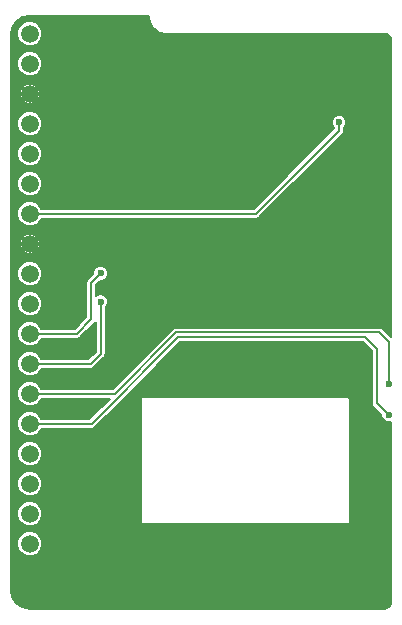
<source format=gbr>
G04 #@! TF.FileFunction,Copper,L2,Bot,Signal*
%FSLAX46Y46*%
G04 Gerber Fmt 4.6, Leading zero omitted, Abs format (unit mm)*
G04 Created by KiCad (PCBNEW 4.0.6-e0-6349~53~ubuntu14.04.1) date Thu Apr  6 14:19:21 2017*
%MOMM*%
%LPD*%
G01*
G04 APERTURE LIST*
%ADD10C,0.100000*%
%ADD11C,1.500000*%
%ADD12C,0.600000*%
%ADD13C,0.200000*%
G04 APERTURE END LIST*
D10*
D11*
X128000000Y-85990000D03*
X128000000Y-88530000D03*
X128000000Y-91070000D03*
X128000000Y-93610000D03*
X128000000Y-96150000D03*
X128000000Y-98690000D03*
X128000000Y-101230000D03*
X128000000Y-103770000D03*
X128000000Y-106310000D03*
X128000000Y-108850000D03*
X128000000Y-111390000D03*
X128000000Y-113930000D03*
X128000000Y-116470000D03*
X128000000Y-119010000D03*
X128000000Y-121550000D03*
X128000000Y-124090000D03*
X128000000Y-83450000D03*
X128000000Y-80910000D03*
D12*
X153600000Y-93600000D03*
X138600000Y-88400000D03*
X154200000Y-88400000D03*
X134000000Y-101200000D03*
X134000000Y-103600000D03*
X158400000Y-110600000D03*
X158400000Y-113200000D03*
D13*
X128000000Y-96150000D02*
X147150000Y-96150000D01*
X154200000Y-89100000D02*
X154200000Y-88400000D01*
X147150000Y-96150000D02*
X154200000Y-89100000D01*
X128000000Y-106310000D02*
X131990000Y-106310000D01*
X133200000Y-102000000D02*
X134000000Y-101200000D01*
X133200000Y-105100000D02*
X133200000Y-102000000D01*
X131990000Y-106310000D02*
X133200000Y-105100000D01*
X128000000Y-108850000D02*
X133150000Y-108850000D01*
X134000000Y-108000000D02*
X134000000Y-103600000D01*
X133150000Y-108850000D02*
X134000000Y-108000000D01*
X135210000Y-111390000D02*
X128000000Y-111390000D01*
X140400000Y-106200000D02*
X135210000Y-111390000D01*
X157600000Y-106200000D02*
X140400000Y-106200000D01*
X158400000Y-107000000D02*
X157600000Y-106200000D01*
X158400000Y-110600000D02*
X158400000Y-107000000D01*
X133235688Y-113930000D02*
X128000000Y-113930000D01*
X140565686Y-106600002D02*
X133235688Y-113930000D01*
X156400002Y-106600002D02*
X140565686Y-106600002D01*
X157400000Y-107600000D02*
X156400002Y-106600002D01*
X157400000Y-112200000D02*
X157400000Y-107600000D01*
X158400000Y-113200000D02*
X157400000Y-112200000D01*
G36*
X138037220Y-79410142D02*
X138068774Y-79431225D01*
X138089859Y-79462781D01*
X138112590Y-79577060D01*
X138188710Y-79959743D01*
X138247689Y-80102133D01*
X138464462Y-80426557D01*
X138518953Y-80481047D01*
X138573443Y-80535538D01*
X138897867Y-80752310D01*
X139040256Y-80811290D01*
X139040257Y-80811290D01*
X139422940Y-80887410D01*
X139461843Y-80887410D01*
X139500000Y-80895000D01*
X157961098Y-80895000D01*
X158228561Y-80948201D01*
X158422327Y-81077671D01*
X158551799Y-81271440D01*
X158605000Y-81538902D01*
X158605000Y-106611030D01*
X157896985Y-105903015D01*
X157760727Y-105811971D01*
X157600000Y-105780000D01*
X140400000Y-105780000D01*
X140239273Y-105811971D01*
X140103015Y-105903015D01*
X135036030Y-110970000D01*
X128984202Y-110970000D01*
X128907631Y-110784685D01*
X128606898Y-110483427D01*
X128213770Y-110320186D01*
X127788098Y-110319814D01*
X127394685Y-110482369D01*
X127093427Y-110783102D01*
X126930186Y-111176230D01*
X126929814Y-111601902D01*
X127092369Y-111995315D01*
X127393102Y-112296573D01*
X127786230Y-112459814D01*
X128211902Y-112460186D01*
X128605315Y-112297631D01*
X128906573Y-111996898D01*
X128984180Y-111810000D01*
X134761718Y-111810000D01*
X133061718Y-113510000D01*
X128984202Y-113510000D01*
X128907631Y-113324685D01*
X128606898Y-113023427D01*
X128213770Y-112860186D01*
X127788098Y-112859814D01*
X127394685Y-113022369D01*
X127093427Y-113323102D01*
X126930186Y-113716230D01*
X126929814Y-114141902D01*
X127092369Y-114535315D01*
X127393102Y-114836573D01*
X127786230Y-114999814D01*
X128211902Y-115000186D01*
X128605315Y-114837631D01*
X128906573Y-114536898D01*
X128984180Y-114350000D01*
X133235688Y-114350000D01*
X133396415Y-114318029D01*
X133532673Y-114226985D01*
X135959658Y-111800000D01*
X137400000Y-111800000D01*
X137400000Y-122300000D01*
X137406839Y-122336346D01*
X137428319Y-122369727D01*
X137461094Y-122392121D01*
X137500000Y-122400000D01*
X155000000Y-122400000D01*
X155036346Y-122393161D01*
X155069727Y-122371681D01*
X155092121Y-122338906D01*
X155100000Y-122300000D01*
X155100000Y-111800000D01*
X155093161Y-111763654D01*
X155071681Y-111730273D01*
X155038906Y-111707879D01*
X155000000Y-111700000D01*
X137500000Y-111700000D01*
X137463654Y-111706839D01*
X137430273Y-111728319D01*
X137407879Y-111761094D01*
X137400000Y-111800000D01*
X135959658Y-111800000D01*
X140739656Y-107020002D01*
X156226032Y-107020002D01*
X156980000Y-107773970D01*
X156980000Y-112200000D01*
X157011971Y-112360727D01*
X157103015Y-112496985D01*
X157780022Y-113173992D01*
X157779892Y-113322785D01*
X157874083Y-113550743D01*
X158048339Y-113725304D01*
X158276133Y-113819893D01*
X158522785Y-113820108D01*
X158605000Y-113786137D01*
X158605000Y-128961098D01*
X158551799Y-129228560D01*
X158422327Y-129422329D01*
X158228561Y-129551799D01*
X157961098Y-129605000D01*
X128038903Y-129605000D01*
X127388755Y-129475677D01*
X126870565Y-129129435D01*
X126524323Y-128611245D01*
X126395000Y-127961096D01*
X126395000Y-124301902D01*
X126929814Y-124301902D01*
X127092369Y-124695315D01*
X127393102Y-124996573D01*
X127786230Y-125159814D01*
X128211902Y-125160186D01*
X128605315Y-124997631D01*
X128906573Y-124696898D01*
X129069814Y-124303770D01*
X129070186Y-123878098D01*
X128907631Y-123484685D01*
X128606898Y-123183427D01*
X128213770Y-123020186D01*
X127788098Y-123019814D01*
X127394685Y-123182369D01*
X127093427Y-123483102D01*
X126930186Y-123876230D01*
X126929814Y-124301902D01*
X126395000Y-124301902D01*
X126395000Y-121761902D01*
X126929814Y-121761902D01*
X127092369Y-122155315D01*
X127393102Y-122456573D01*
X127786230Y-122619814D01*
X128211902Y-122620186D01*
X128605315Y-122457631D01*
X128906573Y-122156898D01*
X129069814Y-121763770D01*
X129070186Y-121338098D01*
X128907631Y-120944685D01*
X128606898Y-120643427D01*
X128213770Y-120480186D01*
X127788098Y-120479814D01*
X127394685Y-120642369D01*
X127093427Y-120943102D01*
X126930186Y-121336230D01*
X126929814Y-121761902D01*
X126395000Y-121761902D01*
X126395000Y-119221902D01*
X126929814Y-119221902D01*
X127092369Y-119615315D01*
X127393102Y-119916573D01*
X127786230Y-120079814D01*
X128211902Y-120080186D01*
X128605315Y-119917631D01*
X128906573Y-119616898D01*
X129069814Y-119223770D01*
X129070186Y-118798098D01*
X128907631Y-118404685D01*
X128606898Y-118103427D01*
X128213770Y-117940186D01*
X127788098Y-117939814D01*
X127394685Y-118102369D01*
X127093427Y-118403102D01*
X126930186Y-118796230D01*
X126929814Y-119221902D01*
X126395000Y-119221902D01*
X126395000Y-116681902D01*
X126929814Y-116681902D01*
X127092369Y-117075315D01*
X127393102Y-117376573D01*
X127786230Y-117539814D01*
X128211902Y-117540186D01*
X128605315Y-117377631D01*
X128906573Y-117076898D01*
X129069814Y-116683770D01*
X129070186Y-116258098D01*
X128907631Y-115864685D01*
X128606898Y-115563427D01*
X128213770Y-115400186D01*
X127788098Y-115399814D01*
X127394685Y-115562369D01*
X127093427Y-115863102D01*
X126930186Y-116256230D01*
X126929814Y-116681902D01*
X126395000Y-116681902D01*
X126395000Y-106521902D01*
X126929814Y-106521902D01*
X127092369Y-106915315D01*
X127393102Y-107216573D01*
X127786230Y-107379814D01*
X128211902Y-107380186D01*
X128605315Y-107217631D01*
X128906573Y-106916898D01*
X128984180Y-106730000D01*
X131990000Y-106730000D01*
X132150727Y-106698029D01*
X132286985Y-106606985D01*
X133496985Y-105396985D01*
X133580000Y-105272743D01*
X133580000Y-107826030D01*
X132976030Y-108430000D01*
X128984202Y-108430000D01*
X128907631Y-108244685D01*
X128606898Y-107943427D01*
X128213770Y-107780186D01*
X127788098Y-107779814D01*
X127394685Y-107942369D01*
X127093427Y-108243102D01*
X126930186Y-108636230D01*
X126929814Y-109061902D01*
X127092369Y-109455315D01*
X127393102Y-109756573D01*
X127786230Y-109919814D01*
X128211902Y-109920186D01*
X128605315Y-109757631D01*
X128906573Y-109456898D01*
X128984180Y-109270000D01*
X133150000Y-109270000D01*
X133310727Y-109238029D01*
X133446985Y-109146985D01*
X134296985Y-108296985D01*
X134332988Y-108243102D01*
X134388029Y-108160727D01*
X134393334Y-108134060D01*
X134420001Y-108000000D01*
X134420000Y-107999995D01*
X134420000Y-104056781D01*
X134525304Y-103951661D01*
X134619893Y-103723867D01*
X134620108Y-103477215D01*
X134525917Y-103249257D01*
X134351661Y-103074696D01*
X134123867Y-102980107D01*
X133877215Y-102979892D01*
X133649257Y-103074083D01*
X133620000Y-103103289D01*
X133620000Y-102173970D01*
X133973992Y-101819978D01*
X134122785Y-101820108D01*
X134350743Y-101725917D01*
X134525304Y-101551661D01*
X134619893Y-101323867D01*
X134620108Y-101077215D01*
X134525917Y-100849257D01*
X134351661Y-100674696D01*
X134123867Y-100580107D01*
X133877215Y-100579892D01*
X133649257Y-100674083D01*
X133474696Y-100848339D01*
X133380107Y-101076133D01*
X133379976Y-101226054D01*
X132903015Y-101703015D01*
X132811971Y-101839273D01*
X132780000Y-102000000D01*
X132780000Y-104926030D01*
X131816030Y-105890000D01*
X128984202Y-105890000D01*
X128907631Y-105704685D01*
X128606898Y-105403427D01*
X128213770Y-105240186D01*
X127788098Y-105239814D01*
X127394685Y-105402369D01*
X127093427Y-105703102D01*
X126930186Y-106096230D01*
X126929814Y-106521902D01*
X126395000Y-106521902D01*
X126395000Y-103981902D01*
X126929814Y-103981902D01*
X127092369Y-104375315D01*
X127393102Y-104676573D01*
X127786230Y-104839814D01*
X128211902Y-104840186D01*
X128605315Y-104677631D01*
X128906573Y-104376898D01*
X129069814Y-103983770D01*
X129070186Y-103558098D01*
X128907631Y-103164685D01*
X128606898Y-102863427D01*
X128213770Y-102700186D01*
X127788098Y-102699814D01*
X127394685Y-102862369D01*
X127093427Y-103163102D01*
X126930186Y-103556230D01*
X126929814Y-103981902D01*
X126395000Y-103981902D01*
X126395000Y-101441902D01*
X126929814Y-101441902D01*
X127092369Y-101835315D01*
X127393102Y-102136573D01*
X127786230Y-102299814D01*
X128211902Y-102300186D01*
X128605315Y-102137631D01*
X128906573Y-101836898D01*
X129069814Y-101443770D01*
X129070186Y-101018098D01*
X128907631Y-100624685D01*
X128606898Y-100323427D01*
X128213770Y-100160186D01*
X127788098Y-100159814D01*
X127394685Y-100322369D01*
X127093427Y-100623102D01*
X126930186Y-101016230D01*
X126929814Y-101441902D01*
X126395000Y-101441902D01*
X126395000Y-99302553D01*
X127422802Y-99302553D01*
X127511032Y-99405539D01*
X127822078Y-99538192D01*
X128160210Y-99541715D01*
X128473952Y-99415573D01*
X128488968Y-99405539D01*
X128577198Y-99302553D01*
X128000000Y-98725355D01*
X127422802Y-99302553D01*
X126395000Y-99302553D01*
X126395000Y-98850210D01*
X127148285Y-98850210D01*
X127274427Y-99163952D01*
X127284461Y-99178968D01*
X127387447Y-99267198D01*
X127964645Y-98690000D01*
X128035355Y-98690000D01*
X128612553Y-99267198D01*
X128715539Y-99178968D01*
X128848192Y-98867922D01*
X128851715Y-98529790D01*
X128725573Y-98216048D01*
X128715539Y-98201032D01*
X128612553Y-98112802D01*
X128035355Y-98690000D01*
X127964645Y-98690000D01*
X127387447Y-98112802D01*
X127284461Y-98201032D01*
X127151808Y-98512078D01*
X127148285Y-98850210D01*
X126395000Y-98850210D01*
X126395000Y-98077447D01*
X127422802Y-98077447D01*
X128000000Y-98654645D01*
X128577198Y-98077447D01*
X128488968Y-97974461D01*
X128177922Y-97841808D01*
X127839790Y-97838285D01*
X127526048Y-97964427D01*
X127511032Y-97974461D01*
X127422802Y-98077447D01*
X126395000Y-98077447D01*
X126395000Y-96361902D01*
X126929814Y-96361902D01*
X127092369Y-96755315D01*
X127393102Y-97056573D01*
X127786230Y-97219814D01*
X128211902Y-97220186D01*
X128605315Y-97057631D01*
X128906573Y-96756898D01*
X128984180Y-96570000D01*
X147150000Y-96570000D01*
X147310727Y-96538029D01*
X147446985Y-96446985D01*
X154496985Y-89396985D01*
X154588029Y-89260727D01*
X154620000Y-89100000D01*
X154620000Y-88856781D01*
X154725304Y-88751661D01*
X154819893Y-88523867D01*
X154820108Y-88277215D01*
X154725917Y-88049257D01*
X154551661Y-87874696D01*
X154323867Y-87780107D01*
X154077215Y-87779892D01*
X153849257Y-87874083D01*
X153674696Y-88048339D01*
X153580107Y-88276133D01*
X153579892Y-88522785D01*
X153674083Y-88750743D01*
X153780000Y-88856845D01*
X153780000Y-88926030D01*
X146976030Y-95730000D01*
X128984202Y-95730000D01*
X128907631Y-95544685D01*
X128606898Y-95243427D01*
X128213770Y-95080186D01*
X127788098Y-95079814D01*
X127394685Y-95242369D01*
X127093427Y-95543102D01*
X126930186Y-95936230D01*
X126929814Y-96361902D01*
X126395000Y-96361902D01*
X126395000Y-93821902D01*
X126929814Y-93821902D01*
X127092369Y-94215315D01*
X127393102Y-94516573D01*
X127786230Y-94679814D01*
X128211902Y-94680186D01*
X128605315Y-94517631D01*
X128906573Y-94216898D01*
X129069814Y-93823770D01*
X129070186Y-93398098D01*
X128907631Y-93004685D01*
X128606898Y-92703427D01*
X128213770Y-92540186D01*
X127788098Y-92539814D01*
X127394685Y-92702369D01*
X127093427Y-93003102D01*
X126930186Y-93396230D01*
X126929814Y-93821902D01*
X126395000Y-93821902D01*
X126395000Y-91281902D01*
X126929814Y-91281902D01*
X127092369Y-91675315D01*
X127393102Y-91976573D01*
X127786230Y-92139814D01*
X128211902Y-92140186D01*
X128605315Y-91977631D01*
X128906573Y-91676898D01*
X129069814Y-91283770D01*
X129070186Y-90858098D01*
X128907631Y-90464685D01*
X128606898Y-90163427D01*
X128213770Y-90000186D01*
X127788098Y-89999814D01*
X127394685Y-90162369D01*
X127093427Y-90463102D01*
X126930186Y-90856230D01*
X126929814Y-91281902D01*
X126395000Y-91281902D01*
X126395000Y-88741902D01*
X126929814Y-88741902D01*
X127092369Y-89135315D01*
X127393102Y-89436573D01*
X127786230Y-89599814D01*
X128211902Y-89600186D01*
X128605315Y-89437631D01*
X128906573Y-89136898D01*
X129069814Y-88743770D01*
X129070186Y-88318098D01*
X128907631Y-87924685D01*
X128606898Y-87623427D01*
X128213770Y-87460186D01*
X127788098Y-87459814D01*
X127394685Y-87622369D01*
X127093427Y-87923102D01*
X126930186Y-88316230D01*
X126929814Y-88741902D01*
X126395000Y-88741902D01*
X126395000Y-86602553D01*
X127422802Y-86602553D01*
X127511032Y-86705539D01*
X127822078Y-86838192D01*
X128160210Y-86841715D01*
X128473952Y-86715573D01*
X128488968Y-86705539D01*
X128577198Y-86602553D01*
X128000000Y-86025355D01*
X127422802Y-86602553D01*
X126395000Y-86602553D01*
X126395000Y-86150210D01*
X127148285Y-86150210D01*
X127274427Y-86463952D01*
X127284461Y-86478968D01*
X127387447Y-86567198D01*
X127964645Y-85990000D01*
X128035355Y-85990000D01*
X128612553Y-86567198D01*
X128715539Y-86478968D01*
X128848192Y-86167922D01*
X128851715Y-85829790D01*
X128725573Y-85516048D01*
X128715539Y-85501032D01*
X128612553Y-85412802D01*
X128035355Y-85990000D01*
X127964645Y-85990000D01*
X127387447Y-85412802D01*
X127284461Y-85501032D01*
X127151808Y-85812078D01*
X127148285Y-86150210D01*
X126395000Y-86150210D01*
X126395000Y-85377447D01*
X127422802Y-85377447D01*
X128000000Y-85954645D01*
X128577198Y-85377447D01*
X128488968Y-85274461D01*
X128177922Y-85141808D01*
X127839790Y-85138285D01*
X127526048Y-85264427D01*
X127511032Y-85274461D01*
X127422802Y-85377447D01*
X126395000Y-85377447D01*
X126395000Y-83661902D01*
X126929814Y-83661902D01*
X127092369Y-84055315D01*
X127393102Y-84356573D01*
X127786230Y-84519814D01*
X128211902Y-84520186D01*
X128605315Y-84357631D01*
X128906573Y-84056898D01*
X129069814Y-83663770D01*
X129070186Y-83238098D01*
X128907631Y-82844685D01*
X128606898Y-82543427D01*
X128213770Y-82380186D01*
X127788098Y-82379814D01*
X127394685Y-82542369D01*
X127093427Y-82843102D01*
X126930186Y-83236230D01*
X126929814Y-83661902D01*
X126395000Y-83661902D01*
X126395000Y-81121902D01*
X126929814Y-81121902D01*
X127092369Y-81515315D01*
X127393102Y-81816573D01*
X127786230Y-81979814D01*
X128211902Y-81980186D01*
X128605315Y-81817631D01*
X128906573Y-81516898D01*
X129069814Y-81123770D01*
X129070186Y-80698098D01*
X128907631Y-80304685D01*
X128606898Y-80003427D01*
X128213770Y-79840186D01*
X127788098Y-79839814D01*
X127394685Y-80002369D01*
X127093427Y-80303102D01*
X126930186Y-80696230D01*
X126929814Y-81121902D01*
X126395000Y-81121902D01*
X126395000Y-81038904D01*
X126524323Y-80388755D01*
X126870565Y-79870565D01*
X127388755Y-79524323D01*
X128038903Y-79395000D01*
X137961098Y-79395000D01*
X138037220Y-79410142D01*
X138037220Y-79410142D01*
G37*
X138037220Y-79410142D02*
X138068774Y-79431225D01*
X138089859Y-79462781D01*
X138112590Y-79577060D01*
X138188710Y-79959743D01*
X138247689Y-80102133D01*
X138464462Y-80426557D01*
X138518953Y-80481047D01*
X138573443Y-80535538D01*
X138897867Y-80752310D01*
X139040256Y-80811290D01*
X139040257Y-80811290D01*
X139422940Y-80887410D01*
X139461843Y-80887410D01*
X139500000Y-80895000D01*
X157961098Y-80895000D01*
X158228561Y-80948201D01*
X158422327Y-81077671D01*
X158551799Y-81271440D01*
X158605000Y-81538902D01*
X158605000Y-106611030D01*
X157896985Y-105903015D01*
X157760727Y-105811971D01*
X157600000Y-105780000D01*
X140400000Y-105780000D01*
X140239273Y-105811971D01*
X140103015Y-105903015D01*
X135036030Y-110970000D01*
X128984202Y-110970000D01*
X128907631Y-110784685D01*
X128606898Y-110483427D01*
X128213770Y-110320186D01*
X127788098Y-110319814D01*
X127394685Y-110482369D01*
X127093427Y-110783102D01*
X126930186Y-111176230D01*
X126929814Y-111601902D01*
X127092369Y-111995315D01*
X127393102Y-112296573D01*
X127786230Y-112459814D01*
X128211902Y-112460186D01*
X128605315Y-112297631D01*
X128906573Y-111996898D01*
X128984180Y-111810000D01*
X134761718Y-111810000D01*
X133061718Y-113510000D01*
X128984202Y-113510000D01*
X128907631Y-113324685D01*
X128606898Y-113023427D01*
X128213770Y-112860186D01*
X127788098Y-112859814D01*
X127394685Y-113022369D01*
X127093427Y-113323102D01*
X126930186Y-113716230D01*
X126929814Y-114141902D01*
X127092369Y-114535315D01*
X127393102Y-114836573D01*
X127786230Y-114999814D01*
X128211902Y-115000186D01*
X128605315Y-114837631D01*
X128906573Y-114536898D01*
X128984180Y-114350000D01*
X133235688Y-114350000D01*
X133396415Y-114318029D01*
X133532673Y-114226985D01*
X135959658Y-111800000D01*
X137400000Y-111800000D01*
X137400000Y-122300000D01*
X137406839Y-122336346D01*
X137428319Y-122369727D01*
X137461094Y-122392121D01*
X137500000Y-122400000D01*
X155000000Y-122400000D01*
X155036346Y-122393161D01*
X155069727Y-122371681D01*
X155092121Y-122338906D01*
X155100000Y-122300000D01*
X155100000Y-111800000D01*
X155093161Y-111763654D01*
X155071681Y-111730273D01*
X155038906Y-111707879D01*
X155000000Y-111700000D01*
X137500000Y-111700000D01*
X137463654Y-111706839D01*
X137430273Y-111728319D01*
X137407879Y-111761094D01*
X137400000Y-111800000D01*
X135959658Y-111800000D01*
X140739656Y-107020002D01*
X156226032Y-107020002D01*
X156980000Y-107773970D01*
X156980000Y-112200000D01*
X157011971Y-112360727D01*
X157103015Y-112496985D01*
X157780022Y-113173992D01*
X157779892Y-113322785D01*
X157874083Y-113550743D01*
X158048339Y-113725304D01*
X158276133Y-113819893D01*
X158522785Y-113820108D01*
X158605000Y-113786137D01*
X158605000Y-128961098D01*
X158551799Y-129228560D01*
X158422327Y-129422329D01*
X158228561Y-129551799D01*
X157961098Y-129605000D01*
X128038903Y-129605000D01*
X127388755Y-129475677D01*
X126870565Y-129129435D01*
X126524323Y-128611245D01*
X126395000Y-127961096D01*
X126395000Y-124301902D01*
X126929814Y-124301902D01*
X127092369Y-124695315D01*
X127393102Y-124996573D01*
X127786230Y-125159814D01*
X128211902Y-125160186D01*
X128605315Y-124997631D01*
X128906573Y-124696898D01*
X129069814Y-124303770D01*
X129070186Y-123878098D01*
X128907631Y-123484685D01*
X128606898Y-123183427D01*
X128213770Y-123020186D01*
X127788098Y-123019814D01*
X127394685Y-123182369D01*
X127093427Y-123483102D01*
X126930186Y-123876230D01*
X126929814Y-124301902D01*
X126395000Y-124301902D01*
X126395000Y-121761902D01*
X126929814Y-121761902D01*
X127092369Y-122155315D01*
X127393102Y-122456573D01*
X127786230Y-122619814D01*
X128211902Y-122620186D01*
X128605315Y-122457631D01*
X128906573Y-122156898D01*
X129069814Y-121763770D01*
X129070186Y-121338098D01*
X128907631Y-120944685D01*
X128606898Y-120643427D01*
X128213770Y-120480186D01*
X127788098Y-120479814D01*
X127394685Y-120642369D01*
X127093427Y-120943102D01*
X126930186Y-121336230D01*
X126929814Y-121761902D01*
X126395000Y-121761902D01*
X126395000Y-119221902D01*
X126929814Y-119221902D01*
X127092369Y-119615315D01*
X127393102Y-119916573D01*
X127786230Y-120079814D01*
X128211902Y-120080186D01*
X128605315Y-119917631D01*
X128906573Y-119616898D01*
X129069814Y-119223770D01*
X129070186Y-118798098D01*
X128907631Y-118404685D01*
X128606898Y-118103427D01*
X128213770Y-117940186D01*
X127788098Y-117939814D01*
X127394685Y-118102369D01*
X127093427Y-118403102D01*
X126930186Y-118796230D01*
X126929814Y-119221902D01*
X126395000Y-119221902D01*
X126395000Y-116681902D01*
X126929814Y-116681902D01*
X127092369Y-117075315D01*
X127393102Y-117376573D01*
X127786230Y-117539814D01*
X128211902Y-117540186D01*
X128605315Y-117377631D01*
X128906573Y-117076898D01*
X129069814Y-116683770D01*
X129070186Y-116258098D01*
X128907631Y-115864685D01*
X128606898Y-115563427D01*
X128213770Y-115400186D01*
X127788098Y-115399814D01*
X127394685Y-115562369D01*
X127093427Y-115863102D01*
X126930186Y-116256230D01*
X126929814Y-116681902D01*
X126395000Y-116681902D01*
X126395000Y-106521902D01*
X126929814Y-106521902D01*
X127092369Y-106915315D01*
X127393102Y-107216573D01*
X127786230Y-107379814D01*
X128211902Y-107380186D01*
X128605315Y-107217631D01*
X128906573Y-106916898D01*
X128984180Y-106730000D01*
X131990000Y-106730000D01*
X132150727Y-106698029D01*
X132286985Y-106606985D01*
X133496985Y-105396985D01*
X133580000Y-105272743D01*
X133580000Y-107826030D01*
X132976030Y-108430000D01*
X128984202Y-108430000D01*
X128907631Y-108244685D01*
X128606898Y-107943427D01*
X128213770Y-107780186D01*
X127788098Y-107779814D01*
X127394685Y-107942369D01*
X127093427Y-108243102D01*
X126930186Y-108636230D01*
X126929814Y-109061902D01*
X127092369Y-109455315D01*
X127393102Y-109756573D01*
X127786230Y-109919814D01*
X128211902Y-109920186D01*
X128605315Y-109757631D01*
X128906573Y-109456898D01*
X128984180Y-109270000D01*
X133150000Y-109270000D01*
X133310727Y-109238029D01*
X133446985Y-109146985D01*
X134296985Y-108296985D01*
X134332988Y-108243102D01*
X134388029Y-108160727D01*
X134393334Y-108134060D01*
X134420001Y-108000000D01*
X134420000Y-107999995D01*
X134420000Y-104056781D01*
X134525304Y-103951661D01*
X134619893Y-103723867D01*
X134620108Y-103477215D01*
X134525917Y-103249257D01*
X134351661Y-103074696D01*
X134123867Y-102980107D01*
X133877215Y-102979892D01*
X133649257Y-103074083D01*
X133620000Y-103103289D01*
X133620000Y-102173970D01*
X133973992Y-101819978D01*
X134122785Y-101820108D01*
X134350743Y-101725917D01*
X134525304Y-101551661D01*
X134619893Y-101323867D01*
X134620108Y-101077215D01*
X134525917Y-100849257D01*
X134351661Y-100674696D01*
X134123867Y-100580107D01*
X133877215Y-100579892D01*
X133649257Y-100674083D01*
X133474696Y-100848339D01*
X133380107Y-101076133D01*
X133379976Y-101226054D01*
X132903015Y-101703015D01*
X132811971Y-101839273D01*
X132780000Y-102000000D01*
X132780000Y-104926030D01*
X131816030Y-105890000D01*
X128984202Y-105890000D01*
X128907631Y-105704685D01*
X128606898Y-105403427D01*
X128213770Y-105240186D01*
X127788098Y-105239814D01*
X127394685Y-105402369D01*
X127093427Y-105703102D01*
X126930186Y-106096230D01*
X126929814Y-106521902D01*
X126395000Y-106521902D01*
X126395000Y-103981902D01*
X126929814Y-103981902D01*
X127092369Y-104375315D01*
X127393102Y-104676573D01*
X127786230Y-104839814D01*
X128211902Y-104840186D01*
X128605315Y-104677631D01*
X128906573Y-104376898D01*
X129069814Y-103983770D01*
X129070186Y-103558098D01*
X128907631Y-103164685D01*
X128606898Y-102863427D01*
X128213770Y-102700186D01*
X127788098Y-102699814D01*
X127394685Y-102862369D01*
X127093427Y-103163102D01*
X126930186Y-103556230D01*
X126929814Y-103981902D01*
X126395000Y-103981902D01*
X126395000Y-101441902D01*
X126929814Y-101441902D01*
X127092369Y-101835315D01*
X127393102Y-102136573D01*
X127786230Y-102299814D01*
X128211902Y-102300186D01*
X128605315Y-102137631D01*
X128906573Y-101836898D01*
X129069814Y-101443770D01*
X129070186Y-101018098D01*
X128907631Y-100624685D01*
X128606898Y-100323427D01*
X128213770Y-100160186D01*
X127788098Y-100159814D01*
X127394685Y-100322369D01*
X127093427Y-100623102D01*
X126930186Y-101016230D01*
X126929814Y-101441902D01*
X126395000Y-101441902D01*
X126395000Y-99302553D01*
X127422802Y-99302553D01*
X127511032Y-99405539D01*
X127822078Y-99538192D01*
X128160210Y-99541715D01*
X128473952Y-99415573D01*
X128488968Y-99405539D01*
X128577198Y-99302553D01*
X128000000Y-98725355D01*
X127422802Y-99302553D01*
X126395000Y-99302553D01*
X126395000Y-98850210D01*
X127148285Y-98850210D01*
X127274427Y-99163952D01*
X127284461Y-99178968D01*
X127387447Y-99267198D01*
X127964645Y-98690000D01*
X128035355Y-98690000D01*
X128612553Y-99267198D01*
X128715539Y-99178968D01*
X128848192Y-98867922D01*
X128851715Y-98529790D01*
X128725573Y-98216048D01*
X128715539Y-98201032D01*
X128612553Y-98112802D01*
X128035355Y-98690000D01*
X127964645Y-98690000D01*
X127387447Y-98112802D01*
X127284461Y-98201032D01*
X127151808Y-98512078D01*
X127148285Y-98850210D01*
X126395000Y-98850210D01*
X126395000Y-98077447D01*
X127422802Y-98077447D01*
X128000000Y-98654645D01*
X128577198Y-98077447D01*
X128488968Y-97974461D01*
X128177922Y-97841808D01*
X127839790Y-97838285D01*
X127526048Y-97964427D01*
X127511032Y-97974461D01*
X127422802Y-98077447D01*
X126395000Y-98077447D01*
X126395000Y-96361902D01*
X126929814Y-96361902D01*
X127092369Y-96755315D01*
X127393102Y-97056573D01*
X127786230Y-97219814D01*
X128211902Y-97220186D01*
X128605315Y-97057631D01*
X128906573Y-96756898D01*
X128984180Y-96570000D01*
X147150000Y-96570000D01*
X147310727Y-96538029D01*
X147446985Y-96446985D01*
X154496985Y-89396985D01*
X154588029Y-89260727D01*
X154620000Y-89100000D01*
X154620000Y-88856781D01*
X154725304Y-88751661D01*
X154819893Y-88523867D01*
X154820108Y-88277215D01*
X154725917Y-88049257D01*
X154551661Y-87874696D01*
X154323867Y-87780107D01*
X154077215Y-87779892D01*
X153849257Y-87874083D01*
X153674696Y-88048339D01*
X153580107Y-88276133D01*
X153579892Y-88522785D01*
X153674083Y-88750743D01*
X153780000Y-88856845D01*
X153780000Y-88926030D01*
X146976030Y-95730000D01*
X128984202Y-95730000D01*
X128907631Y-95544685D01*
X128606898Y-95243427D01*
X128213770Y-95080186D01*
X127788098Y-95079814D01*
X127394685Y-95242369D01*
X127093427Y-95543102D01*
X126930186Y-95936230D01*
X126929814Y-96361902D01*
X126395000Y-96361902D01*
X126395000Y-93821902D01*
X126929814Y-93821902D01*
X127092369Y-94215315D01*
X127393102Y-94516573D01*
X127786230Y-94679814D01*
X128211902Y-94680186D01*
X128605315Y-94517631D01*
X128906573Y-94216898D01*
X129069814Y-93823770D01*
X129070186Y-93398098D01*
X128907631Y-93004685D01*
X128606898Y-92703427D01*
X128213770Y-92540186D01*
X127788098Y-92539814D01*
X127394685Y-92702369D01*
X127093427Y-93003102D01*
X126930186Y-93396230D01*
X126929814Y-93821902D01*
X126395000Y-93821902D01*
X126395000Y-91281902D01*
X126929814Y-91281902D01*
X127092369Y-91675315D01*
X127393102Y-91976573D01*
X127786230Y-92139814D01*
X128211902Y-92140186D01*
X128605315Y-91977631D01*
X128906573Y-91676898D01*
X129069814Y-91283770D01*
X129070186Y-90858098D01*
X128907631Y-90464685D01*
X128606898Y-90163427D01*
X128213770Y-90000186D01*
X127788098Y-89999814D01*
X127394685Y-90162369D01*
X127093427Y-90463102D01*
X126930186Y-90856230D01*
X126929814Y-91281902D01*
X126395000Y-91281902D01*
X126395000Y-88741902D01*
X126929814Y-88741902D01*
X127092369Y-89135315D01*
X127393102Y-89436573D01*
X127786230Y-89599814D01*
X128211902Y-89600186D01*
X128605315Y-89437631D01*
X128906573Y-89136898D01*
X129069814Y-88743770D01*
X129070186Y-88318098D01*
X128907631Y-87924685D01*
X128606898Y-87623427D01*
X128213770Y-87460186D01*
X127788098Y-87459814D01*
X127394685Y-87622369D01*
X127093427Y-87923102D01*
X126930186Y-88316230D01*
X126929814Y-88741902D01*
X126395000Y-88741902D01*
X126395000Y-86602553D01*
X127422802Y-86602553D01*
X127511032Y-86705539D01*
X127822078Y-86838192D01*
X128160210Y-86841715D01*
X128473952Y-86715573D01*
X128488968Y-86705539D01*
X128577198Y-86602553D01*
X128000000Y-86025355D01*
X127422802Y-86602553D01*
X126395000Y-86602553D01*
X126395000Y-86150210D01*
X127148285Y-86150210D01*
X127274427Y-86463952D01*
X127284461Y-86478968D01*
X127387447Y-86567198D01*
X127964645Y-85990000D01*
X128035355Y-85990000D01*
X128612553Y-86567198D01*
X128715539Y-86478968D01*
X128848192Y-86167922D01*
X128851715Y-85829790D01*
X128725573Y-85516048D01*
X128715539Y-85501032D01*
X128612553Y-85412802D01*
X128035355Y-85990000D01*
X127964645Y-85990000D01*
X127387447Y-85412802D01*
X127284461Y-85501032D01*
X127151808Y-85812078D01*
X127148285Y-86150210D01*
X126395000Y-86150210D01*
X126395000Y-85377447D01*
X127422802Y-85377447D01*
X128000000Y-85954645D01*
X128577198Y-85377447D01*
X128488968Y-85274461D01*
X128177922Y-85141808D01*
X127839790Y-85138285D01*
X127526048Y-85264427D01*
X127511032Y-85274461D01*
X127422802Y-85377447D01*
X126395000Y-85377447D01*
X126395000Y-83661902D01*
X126929814Y-83661902D01*
X127092369Y-84055315D01*
X127393102Y-84356573D01*
X127786230Y-84519814D01*
X128211902Y-84520186D01*
X128605315Y-84357631D01*
X128906573Y-84056898D01*
X129069814Y-83663770D01*
X129070186Y-83238098D01*
X128907631Y-82844685D01*
X128606898Y-82543427D01*
X128213770Y-82380186D01*
X127788098Y-82379814D01*
X127394685Y-82542369D01*
X127093427Y-82843102D01*
X126930186Y-83236230D01*
X126929814Y-83661902D01*
X126395000Y-83661902D01*
X126395000Y-81121902D01*
X126929814Y-81121902D01*
X127092369Y-81515315D01*
X127393102Y-81816573D01*
X127786230Y-81979814D01*
X128211902Y-81980186D01*
X128605315Y-81817631D01*
X128906573Y-81516898D01*
X129069814Y-81123770D01*
X129070186Y-80698098D01*
X128907631Y-80304685D01*
X128606898Y-80003427D01*
X128213770Y-79840186D01*
X127788098Y-79839814D01*
X127394685Y-80002369D01*
X127093427Y-80303102D01*
X126930186Y-80696230D01*
X126929814Y-81121902D01*
X126395000Y-81121902D01*
X126395000Y-81038904D01*
X126524323Y-80388755D01*
X126870565Y-79870565D01*
X127388755Y-79524323D01*
X128038903Y-79395000D01*
X137961098Y-79395000D01*
X138037220Y-79410142D01*
M02*

</source>
